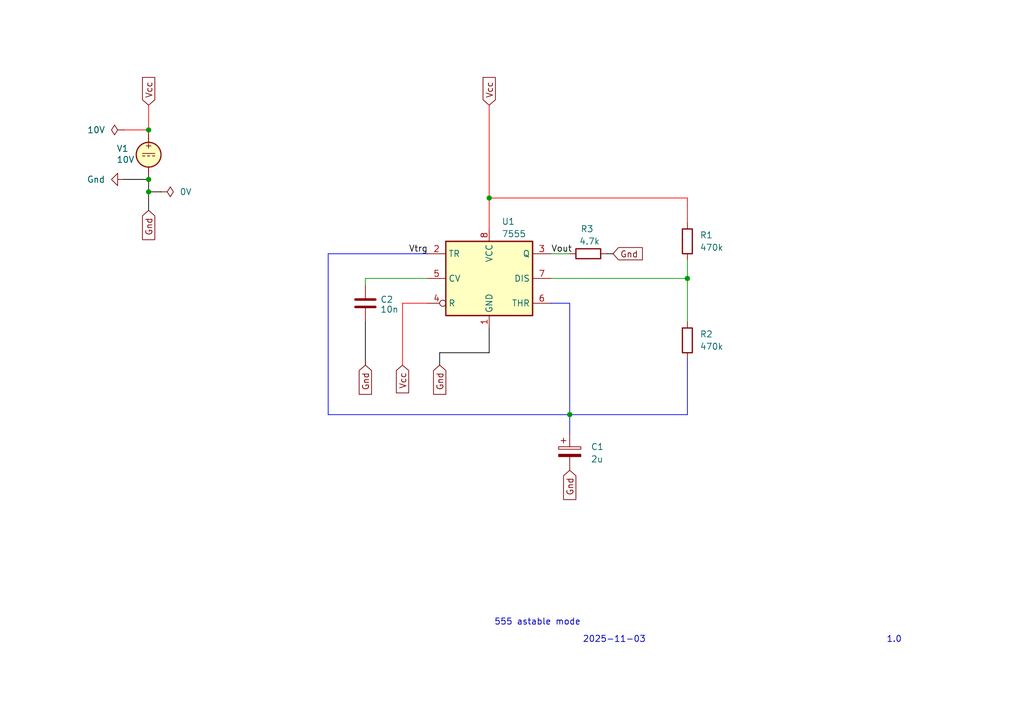
<source format=kicad_sch>
(kicad_sch (version 20250114) (generator "eeschema") (generator_version "9.0")
  (paper "A5")
  (lib_symbols
    (symbol "Device:C" (pin_numbers (hide yes)) (pin_names (offset 0.254))
      (property "Reference" "C" (at 0.635 2.54 0))
      (property "Value" "C" (at 0.635 -2.54 0))
      (symbol "C_0_1"
        (polyline (pts (xy -2.032 0.762) (xy 2.032 0.762)) (stroke (width 0.508)))
        (polyline (pts (xy -2.032 -0.762) (xy 2.032 -0.762)) (stroke (width 0.508)))
      )
      (symbol "C_1_1"
        (pin passive line (at 0 3.81 270) (length 2.794) (name "~") (number "1"))
        (pin passive line (at 0 -3.81 90) (length 2.794) (name "~") (number "2"))
      )
    )
    (symbol "Device:C_Polarized" (pin_numbers (hide yes)) (pin_names (offset 0.254))
      (property "Reference" "C" (at 0.635 2.54 0))
      (property "Value" "C_Polarized" (at 0.635 -2.54 0))
      (symbol "C_Polarized_0_1"
        (rectangle (start -2.286 0.508) (end 2.286 1.016))
        (polyline (pts (xy -1.778 2.286) (xy -0.762 2.286)))
        (polyline (pts (xy -1.27 2.794) (xy -1.27 1.778)))
        (rectangle (start 2.286 -0.508) (end -2.286 -1.016) (fill (type outline)))
      )
      (symbol "C_Polarized_1_1"
        (pin passive line (at 0 3.81 270) (length 2.794) (name "~") (number "1"))
        (pin passive line (at 0 -3.81 90) (length 2.794) (name "~") (number "2"))
      )
    )
    (symbol "Device:R" (pin_numbers (hide yes)) (pin_names (offset 0))
      (property "Reference" "R" (at 2.032 0 90))
      (property "Value" "R" (at 0 0 90))
      (symbol "R_0_1"
        (rectangle (start -1.016 -2.54) (end 1.016 2.54) (stroke (width 0.254)))
      )
      (symbol "R_1_1"
        (pin passive line (at 0 3.81 270) (length 1.27) (name "~") (number "1"))
        (pin passive line (at 0 -3.81 90) (length 1.27) (name "~") (number "2"))
      )
    )
    (symbol "Simulation_SPICE:VDC" (pin_numbers (hide yes)) (pin_names (offset 0.0254))
      (property "Reference" "V" (at 2.54 2.54 0))
      (property "Value" "1" (at 2.54 0 0))
      (symbol "VDC_0_0"
        (polyline (pts (xy -1.27 0.254) (xy 1.27 0.254)))
        (polyline (pts (xy -0.762 -0.254) (xy -1.27 -0.254)))
        (polyline (pts (xy 0.254 -0.254) (xy -0.254 -0.254)))
        (polyline (pts (xy 1.27 -0.254) (xy 0.762 -0.254)))
        (text "+" (at 0 1.905 0) (effects (font (size 1.27 1.27))))
      )
      (symbol "VDC_0_1"
        (circle (center 0 0) (radius 2.54) (stroke (width 0.254)) (fill (type background)))
      )
      (symbol "VDC_1_1"
        (pin passive line (at 0 5.08 270) (length 2.54) (name "~") (number "1"))
        (pin passive line (at 0 -5.08 90) (length 2.54) (name "~") (number "2"))
      )
    )
    (symbol "Timer:LM555xN"
      (property "Reference" "U" (at -10.16 8.89 0))
      (property "Value" "LM555xN" (at 2.54 8.89 0))
      (symbol "LM555xN_0_0"
        (pin power_in line (at 0 10.16 270) (length 2.54) (name "VCC") (number "8"))
        (pin power_in line (at 0 -10.16 90) (length 2.54) (name "GND") (number "1"))
      )
      (symbol "LM555xN_0_1"
        (rectangle (start -8.89 -7.62) (end 8.89 7.62) (stroke (width 0.254)) (fill (type background)))
        (rectangle (start -8.89 -7.62) (end 8.89 7.62) (stroke (width 0.254)) (fill (type background)))
      )
      (symbol "LM555xN_1_1"
        (pin input line (at -12.7 5.08 0) (length 3.81) (name "TR") (number "2"))
        (pin input line (at -12.7 0 0) (length 3.81) (name "CV") (number "5"))
        (pin input inverted (at -12.7 -5.08 0) (length 3.81) (name "R") (number "4"))
        (pin output line (at 12.7 5.08 180) (length 3.81) (name "Q") (number "3"))
        (pin input line (at 12.7 0 180) (length 3.81) (name "DIS") (number "7"))
        (pin input line (at 12.7 -5.08 180) (length 3.81) (name "THR") (number "6"))
      )
    )
    (symbol "power:GND" (power) (pin_numbers (hide yes)) (pin_names (offset 0) (hide yes))
      (property "Value" "GND" (at 0 -3.81 0))
      (symbol "GND_0_1"
        (polyline (pts (xy 0 0) (xy 0 -1.27) (xy 1.27 -1.27) (xy 0 -2.54) (xy -1.27 -1.27) (xy 0 -1.27)))
      )
      (symbol "GND_1_1"
        (pin power_in line (at 0 0 270) (length 0) (name "~") (number "1"))
      )
    )
    (symbol "power:PWR_FLAG" (power) (pin_numbers (hide yes)) (pin_names (offset 0) (hide yes))
      (property "Value" "PWR_FLAG" (at 0 3.81 0))
      (symbol "PWR_FLAG_0_0"
        (pin power_out line (at 0 0 90) (length 0) (name "~") (number "1"))
      )
      (symbol "PWR_FLAG_0_1"
        (polyline (pts (xy 0 0) (xy 0 1.27) (xy -1.016 1.905) (xy 0 2.54) (xy 1.016 1.905) (xy 0 1.27)))
      )
    )
  )
  (text "555 astable mode" (at 110.236 127.762 0) (effects (font (size 1.27 1.27))))
  (text "2025-11-03" (at 125.984 131.318 0) (effects (font (size 1.27 1.27))))
  (text "1.0" (at 183.388 131.318 0) (effects (font (size 1.27 1.27))))
  (junction (at 116.84 85.09))
  (junction (at 140.97 57.15))
  (junction (at 30.48 36.83))
  (junction (at 100.33 40.64))
  (junction (at 30.48 26.67))
  (junction (at 30.48 39.37))
  (wire (pts (xy 67.31 52.07) (xy 87.63 52.07)) (stroke (width 0) (color 0 0 255 1)))
  (wire (pts (xy 140.97 40.64) (xy 140.97 45.72)) (stroke (width 0) (color 255 0 0 1)))
  (wire (pts (xy 67.31 52.07) (xy 67.31 85.09)) (stroke (width 0) (color 0 0 255 1)))
  (wire (pts (xy 74.93 66.04) (xy 74.93 74.93)) (stroke (width 0) (color 0 0 0 1)))
  (wire (pts (xy 74.93 57.15) (xy 87.63 57.15)))
  (wire (pts (xy 30.48 39.37) (xy 33.02 39.37)) (stroke (width 0) (color 0 0 0 1)))
  (wire (pts (xy 100.33 40.64) (xy 100.33 46.99)) (stroke (width 0) (color 255 0 0 1)))
  (wire (pts (xy 90.17 72.39) (xy 100.33 72.39)) (stroke (width 0) (color 0 0 0 1)))
  (wire (pts (xy 30.48 39.37) (xy 30.48 43.18)) (stroke (width 0) (color 0 0 0 1)))
  (wire (pts (xy 30.48 21.59) (xy 30.48 26.67)) (stroke (width 0) (color 255 0 0 1)))
  (wire (pts (xy 25.4 26.67) (xy 30.48 26.67)) (stroke (width 0) (color 255 0 0 1)))
  (wire (pts (xy 140.97 53.34) (xy 140.97 57.15)))
  (wire (pts (xy 113.03 62.23) (xy 116.84 62.23)) (stroke (width 0) (color 0 0 255 1)))
  (wire (pts (xy 140.97 73.66) (xy 140.97 85.09)) (stroke (width 0) (color 0 0 255 1)))
  (wire (pts (xy 116.84 85.09) (xy 116.84 62.23)) (stroke (width 0) (color 0 0 255 1)))
  (wire (pts (xy 116.84 85.09) (xy 116.84 88.9)) (stroke (width 0) (color 0 0 255 1)))
  (wire (pts (xy 100.33 21.59) (xy 100.33 40.64)) (stroke (width 0) (color 255 0 0 1)))
  (wire (pts (xy 30.48 39.37) (xy 30.48 36.83)) (stroke (width 0) (color 0 0 0 1)))
  (wire (pts (xy 116.84 85.09) (xy 140.97 85.09)) (stroke (width 0) (color 0 0 255 1)))
  (wire (pts (xy 82.55 62.23) (xy 82.55 74.93)) (stroke (width 0) (color 255 0 0 1)))
  (wire (pts (xy 125.73 52.07) (xy 124.46 52.07)) (stroke (width 0) (color 0 0 0 1)))
  (wire (pts (xy 82.55 62.23) (xy 87.63 62.23)) (stroke (width 0) (color 255 0 0 1)))
  (wire (pts (xy 140.97 57.15) (xy 140.97 66.04)))
  (wire (pts (xy 113.03 57.15) (xy 140.97 57.15)))
  (wire (pts (xy 100.33 67.31) (xy 100.33 72.39)) (stroke (width 0) (color 0 0 0 1)))
  (wire (pts (xy 113.03 52.07) (xy 116.84 52.07)))
  (wire (pts (xy 67.31 85.09) (xy 116.84 85.09)) (stroke (width 0) (color 0 0 255 1)))
  (wire (pts (xy 74.93 57.15) (xy 74.93 58.42)))
  (wire (pts (xy 100.33 40.64) (xy 140.97 40.64)) (stroke (width 0) (color 255 0 0 1)))
  (wire (pts (xy 90.17 72.39) (xy 90.17 74.93)) (stroke (width 0) (color 0 0 0 1)))
  (wire (pts (xy 25.4 36.83) (xy 30.48 36.83)) (stroke (width 0) (color 0 0 0 1)))
  (label "Vout" (at 113.03 52.07 0))
  (label "Vtrg" (at 83.82 52.07 0))
  (global_label "Gnd" (shape input) (at 74.93 74.93 270) (property "Intersheetrefs" "${INTERSHEET_REFS}" (effects (hide yes))))
  (global_label "Vcc" (shape input) (at 82.55 74.93 270) (property "Intersheetrefs" "${INTERSHEET_REFS}" (effects (hide yes))))
  (global_label "Gnd" (shape input) (at 116.84 96.52 270) (property "Intersheetrefs" "${INTERSHEET_REFS}" (effects (hide yes))))
  (global_label "Gnd" (shape input) (at 125.73 52.07 0) (property "Intersheetrefs" "${INTERSHEET_REFS}" (effects (hide yes))))
  (global_label "Gnd" (shape input) (at 90.17 74.93 270) (property "Intersheetrefs" "${INTERSHEET_REFS}" (effects (hide yes))))
  (global_label "Vcc" (shape input) (at 30.48 21.59 90) (property "Intersheetrefs" "${INTERSHEET_REFS}" (effects (hide yes))))
  (global_label "Vcc" (shape input) (at 100.33 21.59 90) (property "Intersheetrefs" "${INTERSHEET_REFS}" (effects (hide yes))))
  (global_label "Gnd" (shape input) (at 30.48 43.18 270) (property "Intersheetrefs" "${INTERSHEET_REFS}" (effects (hide yes))))
  (symbol (lib_id "Timer:LM555xN") (at 100.33 57.15 0) (unit 1)
    (property "Reference" "U1" (at 102.87 45.466 0) (effects (justify left)))
    (property "Value" "7555" (at 102.87 48.006 0) (effects (justify left)))
    (property "Footprint" "Package_DIP:DIP-8_W7.62mm" (effects (hide yes)))
    (property "Datasheet" "http://www.ti.com/lit/ds/symlink/lm555.pdf" (effects (hide yes)))
    (property "Description" "Timer, 555 compatible, PDIP-8" (effects (hide yes)))
    (property "Sim.Library" "/home/kjetil/kicad/NE555.lib" (effects (hide yes)))
    (property "Sim.Name" "NE555" (effects (hide yes)))
    (property "Sim.Device" "SUBCKT" (effects (hide yes)))
    (property "Sim.Pins" "1=1 2=2 3=3 4=4 5=5 6=6 7=7 8=8" (effects (hide yes)))
  )
  (symbol (lib_id "power:PWR_FLAG") (at 33.02 39.37 270) (unit 1)
    (property "Reference" "#FLG02" (effects (hide yes)))
    (property "Value" "0V" (at 36.83 39.37 90) (effects (justify left)))
    (property "Description" "Special symbol for telling ERC where power comes from" (effects (hide yes)))
  )
  (symbol (lib_id "Device:R") (at 140.97 49.53 0) (unit 1)
    (property "Reference" "R1" (at 143.51 48.2599 0) (effects (justify left)))
    (property "Value" "470k" (at 143.51 50.7999 0) (effects (justify left)))
    (property "Description" "Resistor" (effects (hide yes)))
  )
  (symbol (lib_id "Device:R") (at 140.97 69.85 0) (unit 1)
    (property "Reference" "R2" (at 143.51 68.5799 0) (effects (justify left)))
    (property "Value" "470k" (at 143.51 71.1199 0) (effects (justify left)))
    (property "Description" "Resistor" (effects (hide yes)))
  )
  (symbol (lib_id "Device:C") (at 74.93 62.23 180) (unit 1)
    (property "Reference" "C2" (at 77.978 61.468 0) (effects (justify right)))
    (property "Value" "10n" (at 77.978 63.5 0) (effects (justify right)))
    (property "Description" "Unpolarized capacitor" (effects (hide yes)))
  )
  (symbol (lib_id "Device:C_Polarized") (at 116.84 92.71 0) (unit 1)
    (property "Reference" "C1" (at 121.158 91.694 0) (effects (justify left)))
    (property "Value" "2u" (at 121.158 94.234 0) (effects (justify left)))
    (property "Description" "Polarized capacitor" (effects (hide yes)))
  )
  (symbol (lib_id "Simulation_SPICE:VDC") (at 30.48 31.75 0) (unit 1)
    (property "Reference" "V1" (at 23.876 30.48 0) (effects (justify left)))
    (property "Value" "10V" (at 23.876 32.766 0) (effects (justify left)))
    (property "Datasheet" "https://ngspice.sourceforge.io/docs/ngspice-html-manual/manual.xhtml#sec_Independent_Sources_for" (effects (hide yes)))
    (property "Description" "Voltage source, DC" (effects (hide yes)))
    (property "Sim.Pins" "1=+ 2=-" (effects (hide yes)))
    (property "Sim.Type" "DC" (effects (hide yes)))
    (property "Sim.Device" "V" (effects (hide yes)))
  )
  (symbol (lib_id "power:PWR_FLAG") (at 25.4 26.67 90) (unit 1)
    (property "Reference" "#FLG01" (effects (hide yes)))
    (property "Value" "10V" (at 21.59 26.6699 90) (effects (justify left)))
    (property "Description" "Special symbol for telling ERC where power comes from" (effects (hide yes)))
  )
  (symbol (lib_id "power:GND") (at 25.4 36.83 270) (unit 1)
    (property "Reference" "#PWR01" (effects (hide yes)))
    (property "Value" "Gnd" (at 21.59 36.8299 90) (effects (justify right)))
    (property "Description" "Power symbol creates a global label with name \"GND\" , ground" (effects (hide yes)))
  )
  (symbol (lib_id "Device:R") (at 120.65 52.07 90) (unit 1)
    (property "Reference" "R3" (at 120.396 46.99 90))
    (property "Value" "4.7k" (at 120.904 49.53 90))
    (property "Description" "Resistor" (effects (hide yes)))
  )
)
</source>
